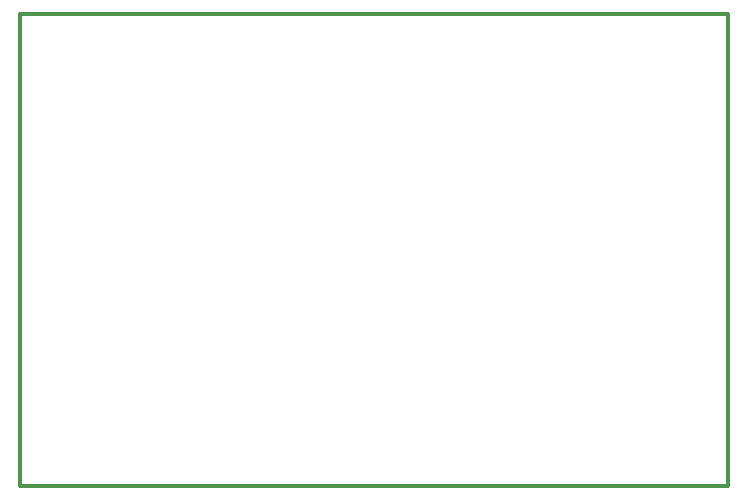
<source format=gko>
G04*
G04 #@! TF.GenerationSoftware,Altium Limited,Altium Designer,21.0.8 (223)*
G04*
G04 Layer_Color=16711935*
%FSLAX24Y24*%
%MOIN*%
G70*
G04*
G04 #@! TF.SameCoordinates,8C0F5777-7222-4B99-86F0-090FC40BF16C*
G04*
G04*
G04 #@! TF.FilePolarity,Positive*
G04*
G01*
G75*
%ADD11C,0.0118*%
D11*
X0Y0D02*
Y15748D01*
X23622D01*
Y0D02*
Y15748D01*
X0Y0D02*
X23622D01*
M02*

</source>
